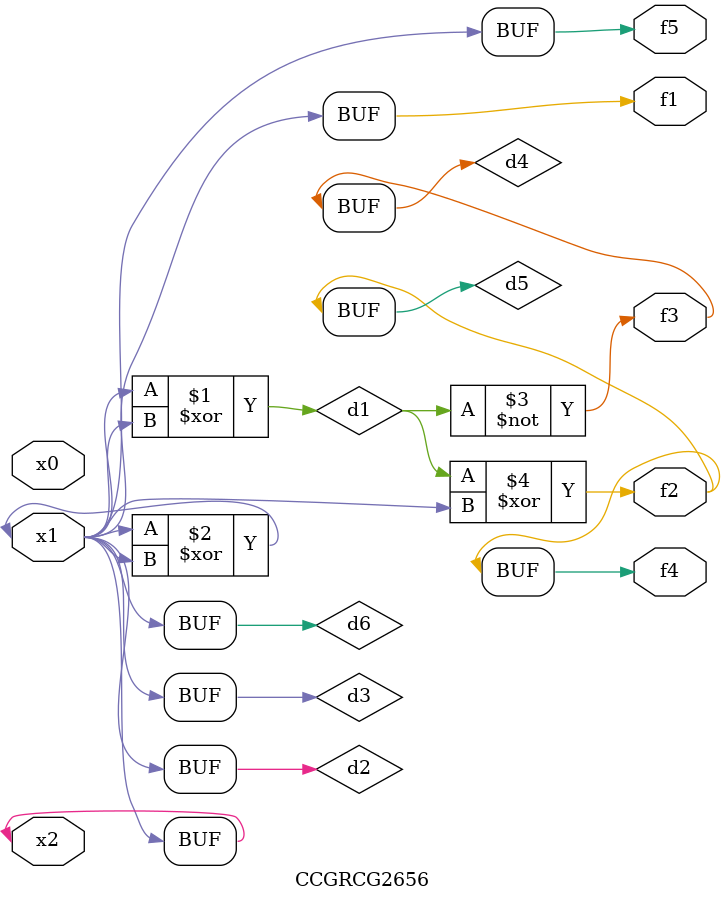
<source format=v>
module CCGRCG2656(
	input x0, x1, x2,
	output f1, f2, f3, f4, f5
);

	wire d1, d2, d3, d4, d5, d6;

	xor (d1, x1, x2);
	buf (d2, x1, x2);
	xor (d3, x1, x2);
	nor (d4, d1);
	xor (d5, d1, d2);
	buf (d6, d2, d3);
	assign f1 = d6;
	assign f2 = d5;
	assign f3 = d4;
	assign f4 = d5;
	assign f5 = d6;
endmodule

</source>
